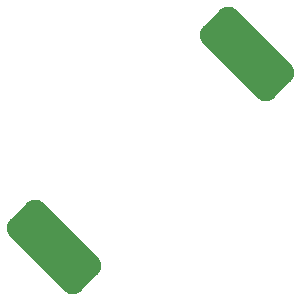
<source format=gbr>
%TF.GenerationSoftware,KiCad,Pcbnew,6.0.11-3.fc37*%
%TF.CreationDate,2023-02-22T00:37:11+00:00*%
%TF.ProjectId,easter,65617374-6572-42e6-9b69-6361645f7063,rev?*%
%TF.SameCoordinates,Original*%
%TF.FileFunction,Paste,Top*%
%TF.FilePolarity,Positive*%
%FSLAX46Y46*%
G04 Gerber Fmt 4.6, Leading zero omitted, Abs format (unit mm)*
G04 Created by KiCad (PCBNEW 6.0.11-3.fc37) date 2023-02-22 00:37:11*
%MOMM*%
%LPD*%
G01*
G04 APERTURE LIST*
G04 Aperture macros list*
%AMRoundRect*
0 Rectangle with rounded corners*
0 $1 Rounding radius*
0 $2 $3 $4 $5 $6 $7 $8 $9 X,Y pos of 4 corners*
0 Add a 4 corners polygon primitive as box body*
4,1,4,$2,$3,$4,$5,$6,$7,$8,$9,$2,$3,0*
0 Add four circle primitives for the rounded corners*
1,1,$1+$1,$2,$3*
1,1,$1+$1,$4,$5*
1,1,$1+$1,$6,$7*
1,1,$1+$1,$8,$9*
0 Add four rect primitives between the rounded corners*
20,1,$1+$1,$2,$3,$4,$5,0*
20,1,$1+$1,$4,$5,$6,$7,0*
20,1,$1+$1,$6,$7,$8,$9,0*
20,1,$1+$1,$8,$9,$2,$3,0*%
G04 Aperture macros list end*
%ADD10RoundRect,1.000000X1.590990X-3.005204X3.005204X-1.590990X-1.590990X3.005204X-3.005204X1.590990X0*%
G04 APERTURE END LIST*
D10*
%TO.C,SC1*%
X113236544Y-54263456D03*
X129500000Y-38000000D03*
%TD*%
M02*

</source>
